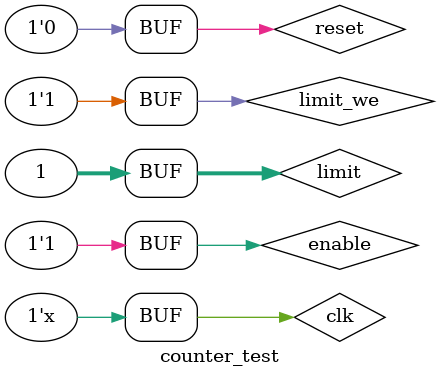
<source format=v>
`timescale 1ns / 1ps

module counter_test;

	// Inputs
	reg clk;
	reg [31:0] limit;
	reg limit_we;
	reg reset;
	reg enable;

	// Outputs
	wire limit_reached;

	// Instantiate the Unit Under Test (UUT)
	counter uut (
		.clk(clk), 
		.limit(limit), 
		.limit_we(limit_we), 
		.reset(reset), 
		.enable(enable), 
		.limit_reached(limit_reached)
	);

	initial begin
		// Initialize Inputs
		clk = 0;
		limit = 0;
		limit_we = 0;
		reset = 0;
		enable = 0;

		#100
		limit = 1;
		limit_we = 1;
		reset = 1;
		enable = 1;
		
		#100
		reset = 0;
	end
	
	always
	begin
		#100
		clk = !clk;
	end
      
endmodule


</source>
